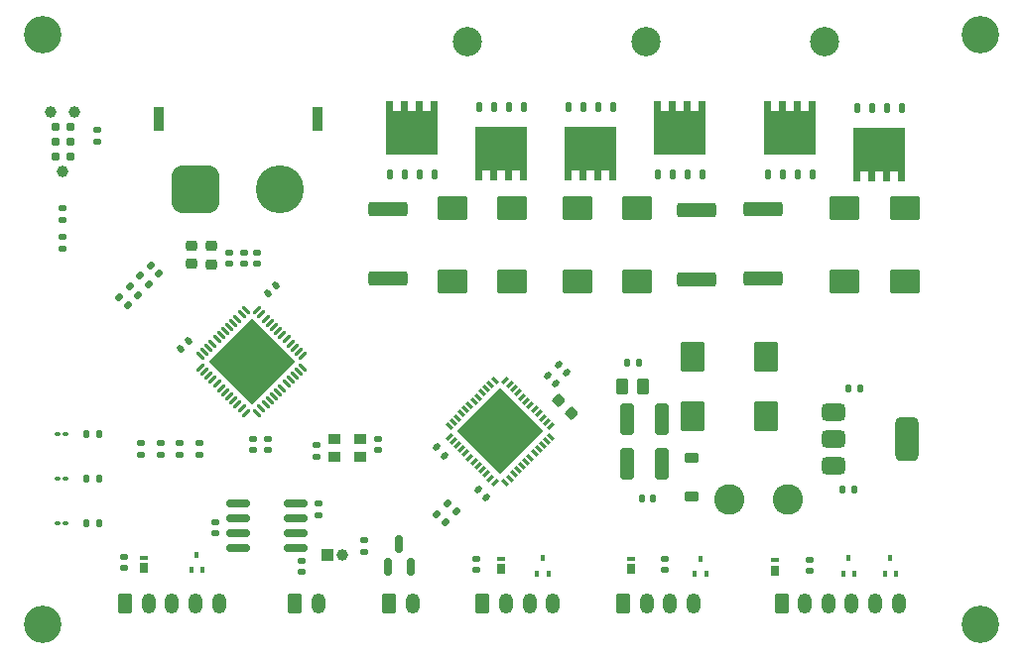
<source format=gbr>
%TF.GenerationSoftware,KiCad,Pcbnew,9.0.2*%
%TF.CreationDate,2025-08-28T15:12:57+09:00*%
%TF.ProjectId,BLDC_Contr,424c4443-5f43-46f6-9e74-722e6b696361,rev?*%
%TF.SameCoordinates,Original*%
%TF.FileFunction,Soldermask,Top*%
%TF.FilePolarity,Negative*%
%FSLAX46Y46*%
G04 Gerber Fmt 4.6, Leading zero omitted, Abs format (unit mm)*
G04 Created by KiCad (PCBNEW 9.0.2) date 2025-08-28 15:12:57*
%MOMM*%
%LPD*%
G01*
G04 APERTURE LIST*
G04 Aperture macros list*
%AMRoundRect*
0 Rectangle with rounded corners*
0 $1 Rounding radius*
0 $2 $3 $4 $5 $6 $7 $8 $9 X,Y pos of 4 corners*
0 Add a 4 corners polygon primitive as box body*
4,1,4,$2,$3,$4,$5,$6,$7,$8,$9,$2,$3,0*
0 Add four circle primitives for the rounded corners*
1,1,$1+$1,$2,$3*
1,1,$1+$1,$4,$5*
1,1,$1+$1,$6,$7*
1,1,$1+$1,$8,$9*
0 Add four rect primitives between the rounded corners*
20,1,$1+$1,$2,$3,$4,$5,0*
20,1,$1+$1,$4,$5,$6,$7,0*
20,1,$1+$1,$6,$7,$8,$9,0*
20,1,$1+$1,$8,$9,$2,$3,0*%
%AMRotRect*
0 Rectangle, with rotation*
0 The origin of the aperture is its center*
0 $1 length*
0 $2 width*
0 $3 Rotation angle, in degrees counterclockwise*
0 Add horizontal line*
21,1,$1,$2,0,0,$3*%
%AMFreePoly0*
4,1,17,2.675000,1.605000,1.875000,1.605000,1.875000,0.935000,2.675000,0.935000,2.675000,0.335000,1.875000,0.335000,1.875000,-0.335000,2.675000,-0.335000,2.675000,-0.935000,1.875000,-0.935000,1.875000,-1.605000,2.675000,-1.605000,2.675000,-2.205000,-1.875000,-2.205000,-1.875000,2.205000,2.675000,2.205000,2.675000,1.605000,2.675000,1.605000,$1*%
G04 Aperture macros list end*
%ADD10RoundRect,0.140000X0.170000X-0.140000X0.170000X0.140000X-0.170000X0.140000X-0.170000X-0.140000X0*%
%ADD11RoundRect,0.135000X-0.135000X-0.185000X0.135000X-0.185000X0.135000X0.185000X-0.135000X0.185000X0*%
%ADD12RoundRect,0.140000X-0.170000X0.140000X-0.170000X-0.140000X0.170000X-0.140000X0.170000X0.140000X0*%
%ADD13RoundRect,0.135000X0.226274X0.035355X0.035355X0.226274X-0.226274X-0.035355X-0.035355X-0.226274X0*%
%ADD14R,1.000000X0.900000*%
%ADD15RoundRect,0.135000X-0.226274X-0.035355X-0.035355X-0.226274X0.226274X0.035355X0.035355X0.226274X0*%
%ADD16C,2.500000*%
%ADD17RoundRect,0.135000X-0.185000X0.135000X-0.185000X-0.135000X0.185000X-0.135000X0.185000X0.135000X0*%
%ADD18RotRect,0.249999X0.599999X315.000000*%
%ADD19RotRect,0.249999X0.599999X225.000000*%
%ADD20RotRect,5.150000X5.150000X225.000000*%
%ADD21FreePoly0,90.000000*%
%ADD22RoundRect,0.125000X0.125000X-0.300000X0.125000X0.300000X-0.125000X0.300000X-0.125000X-0.300000X0*%
%ADD23RoundRect,0.100000X-0.100000X0.155000X-0.100000X-0.155000X0.100000X-0.155000X0.100000X0.155000X0*%
%ADD24C,2.600000*%
%ADD25R,1.000000X1.000000*%
%ADD26C,1.000000*%
%ADD27RoundRect,0.250000X-0.262500X-0.450000X0.262500X-0.450000X0.262500X0.450000X-0.262500X0.450000X0*%
%ADD28RoundRect,0.140000X-0.140000X-0.170000X0.140000X-0.170000X0.140000X0.170000X-0.140000X0.170000X0*%
%ADD29RoundRect,0.140000X0.140000X0.170000X-0.140000X0.170000X-0.140000X-0.170000X0.140000X-0.170000X0*%
%ADD30RoundRect,0.140000X0.219203X0.021213X0.021213X0.219203X-0.219203X-0.021213X-0.021213X-0.219203X0*%
%ADD31RoundRect,0.225000X0.250000X-0.225000X0.250000X0.225000X-0.250000X0.225000X-0.250000X-0.225000X0*%
%ADD32C,3.200000*%
%ADD33RoundRect,0.250000X-1.425000X0.362500X-1.425000X-0.362500X1.425000X-0.362500X1.425000X0.362500X0*%
%ADD34RoundRect,0.075000X0.275000X-0.390000X0.275000X0.390000X-0.275000X0.390000X-0.275000X-0.390000X0*%
%ADD35RoundRect,0.075000X0.275000X-0.075000X0.275000X0.075000X-0.275000X0.075000X-0.275000X-0.075000X0*%
%ADD36RoundRect,0.250000X-1.045000X0.785000X-1.045000X-0.785000X1.045000X-0.785000X1.045000X0.785000X0*%
%ADD37RoundRect,0.250000X0.785000X1.045000X-0.785000X1.045000X-0.785000X-1.045000X0.785000X-1.045000X0*%
%ADD38FreePoly0,270.000000*%
%ADD39RoundRect,0.125000X-0.125000X0.300000X-0.125000X-0.300000X0.125000X-0.300000X0.125000X0.300000X0*%
%ADD40RoundRect,0.225000X-0.335876X-0.017678X-0.017678X-0.335876X0.335876X0.017678X0.017678X0.335876X0*%
%ADD41RoundRect,0.140000X0.021213X-0.219203X0.219203X-0.021213X-0.021213X0.219203X-0.219203X0.021213X0*%
%ADD42RoundRect,0.100000X0.130000X0.100000X-0.130000X0.100000X-0.130000X-0.100000X0.130000X-0.100000X0*%
%ADD43R,0.900000X2.000000*%
%ADD44RoundRect,1.025000X-1.025000X-1.025000X1.025000X-1.025000X1.025000X1.025000X-1.025000X1.025000X0*%
%ADD45C,4.100000*%
%ADD46RoundRect,0.140000X-0.021213X0.219203X-0.219203X0.021213X0.021213X-0.219203X0.219203X-0.021213X0*%
%ADD47RoundRect,0.250000X-0.325000X-1.100000X0.325000X-1.100000X0.325000X1.100000X-0.325000X1.100000X0*%
%ADD48RoundRect,0.250000X-0.350000X-0.625000X0.350000X-0.625000X0.350000X0.625000X-0.350000X0.625000X0*%
%ADD49O,1.200000X1.750000*%
%ADD50RoundRect,0.375000X-0.625000X-0.375000X0.625000X-0.375000X0.625000X0.375000X-0.625000X0.375000X0*%
%ADD51RoundRect,0.500000X-0.500000X-1.400000X0.500000X-1.400000X0.500000X1.400000X-0.500000X1.400000X0*%
%ADD52C,0.990600*%
%ADD53C,0.787400*%
%ADD54RoundRect,0.225000X0.375000X-0.225000X0.375000X0.225000X-0.375000X0.225000X-0.375000X-0.225000X0*%
%ADD55RoundRect,0.135000X0.135000X0.185000X-0.135000X0.185000X-0.135000X-0.185000X0.135000X-0.185000X0*%
%ADD56RoundRect,0.218750X-0.256250X0.218750X-0.256250X-0.218750X0.256250X-0.218750X0.256250X0.218750X0*%
%ADD57RoundRect,0.062500X0.309359X-0.220971X-0.220971X0.309359X-0.309359X0.220971X0.220971X-0.309359X0*%
%ADD58RoundRect,0.062500X0.309359X0.220971X0.220971X0.309359X-0.309359X-0.220971X-0.220971X-0.309359X0*%
%ADD59RotRect,5.150000X5.150000X135.000000*%
%ADD60RoundRect,0.150000X-0.825000X-0.150000X0.825000X-0.150000X0.825000X0.150000X-0.825000X0.150000X0*%
%ADD61RoundRect,0.150000X0.150000X-0.587500X0.150000X0.587500X-0.150000X0.587500X-0.150000X-0.587500X0*%
%ADD62RoundRect,0.140000X-0.219203X-0.021213X-0.021213X-0.219203X0.219203X0.021213X0.021213X0.219203X0*%
G04 APERTURE END LIST*
D10*
%TO.C,C12*%
X114427184Y-65632905D03*
X114427184Y-64672905D03*
%TD*%
D11*
%TO.C,R4*%
X94783185Y-67565904D03*
X95803183Y-67565904D03*
%TD*%
D12*
%TO.C,C1*%
X110236183Y-64136904D03*
X110236183Y-65096904D03*
%TD*%
D13*
%TO.C,R15*%
X99169132Y-51835957D03*
X98447884Y-51114709D03*
%TD*%
D14*
%TO.C,Y1*%
X115941184Y-65686904D03*
X118091184Y-65686904D03*
X118091184Y-64136904D03*
X115941184Y-64136904D03*
%TD*%
D15*
%TO.C,R13*%
X100243936Y-49318656D03*
X100965184Y-50039904D03*
%TD*%
D16*
%TO.C,H5*%
X157734344Y-30227904D03*
%TD*%
D17*
%TO.C,R1*%
X92753184Y-44451905D03*
X92753184Y-45471903D03*
%TD*%
D18*
%TO.C,U2*%
X134393868Y-63035309D03*
X134040317Y-62681754D03*
X133686765Y-62328209D03*
X133333210Y-61974645D03*
X132979656Y-61621100D03*
X132626101Y-61267541D03*
X132272549Y-60913987D03*
X131918997Y-60560435D03*
X131565439Y-60206883D03*
X131211889Y-59853332D03*
X130858334Y-59499773D03*
X130504781Y-59146219D03*
D19*
X129585542Y-59146221D03*
X129231987Y-59499772D03*
X128878442Y-59853324D03*
X128524878Y-60206879D03*
X128171333Y-60560433D03*
X127817774Y-60913988D03*
X127464220Y-61267540D03*
X127110668Y-61621092D03*
X126757116Y-61974650D03*
X126403565Y-62328200D03*
X126050006Y-62681755D03*
X125696452Y-63035308D03*
D18*
X125696454Y-63954547D03*
X126050005Y-64308102D03*
X126403565Y-64661654D03*
X126757112Y-65015211D03*
X127110669Y-65368766D03*
X127464221Y-65722315D03*
X127817773Y-66075869D03*
X128171330Y-66429420D03*
X128524883Y-66782973D03*
X128878436Y-67136530D03*
X129231988Y-67490083D03*
X129585541Y-67843637D03*
D19*
X130504780Y-67843635D03*
X130858335Y-67490084D03*
X131211887Y-67136524D03*
X131565444Y-66782977D03*
X131918999Y-66429420D03*
X132272548Y-66075868D03*
X132626102Y-65722316D03*
X132979653Y-65368759D03*
X133333206Y-65015206D03*
X133686763Y-64661653D03*
X134040316Y-64308101D03*
X134393870Y-63954548D03*
D20*
X130045161Y-63494928D03*
%TD*%
D21*
%TO.C,Q5*%
X122545183Y-38006057D03*
D22*
X120640186Y-41556057D03*
X121910185Y-41556059D03*
X123180183Y-41556060D03*
X124450183Y-41556061D03*
%TD*%
D23*
%TO.C,D12*%
X103683186Y-75332903D03*
X104683186Y-75332903D03*
X104183186Y-74042904D03*
%TD*%
D10*
%TO.C,C25*%
X144094685Y-75312905D03*
X144094685Y-74352905D03*
%TD*%
D24*
%TO.C,L1*%
X149636184Y-69343905D03*
X154636184Y-69343905D03*
%TD*%
D25*
%TO.C,J8*%
X115280788Y-74042904D03*
D26*
X116550784Y-74042904D03*
%TD*%
D10*
%TO.C,C7*%
X108204184Y-49150904D03*
X108204184Y-48190904D03*
%TD*%
D27*
%TO.C,R9*%
X140458184Y-59653671D03*
X142283184Y-59653671D03*
%TD*%
D28*
%TO.C,C20*%
X142118184Y-69216904D03*
X143078184Y-69216904D03*
%TD*%
D29*
%TO.C,C10*%
X160754184Y-59818904D03*
X159794184Y-59818904D03*
%TD*%
D30*
%TO.C,C14*%
X134832595Y-59396315D03*
X134153773Y-58717493D03*
%TD*%
D10*
%TO.C,C27*%
X105791184Y-72199904D03*
X105791184Y-71239904D03*
%TD*%
D31*
%TO.C,C6*%
X103759184Y-49189907D03*
X103759184Y-47639907D03*
%TD*%
D12*
%TO.C,C4*%
X108956184Y-64136904D03*
X108956184Y-65096904D03*
%TD*%
D32*
%TO.C,H2*%
X171059184Y-29592904D03*
%TD*%
D33*
%TO.C,R11*%
X146802184Y-44563558D03*
X146802184Y-50488558D03*
%TD*%
D34*
%TO.C,D6*%
X153531183Y-75392904D03*
D35*
X153531183Y-74507905D03*
%TD*%
D15*
%TO.C,R16*%
X97549857Y-52012735D03*
X98271105Y-52733983D03*
%TD*%
D36*
%TO.C,C35*%
X164582184Y-44426058D03*
X164582184Y-50666058D03*
%TD*%
D37*
%TO.C,C21*%
X152735451Y-62213137D03*
X146495451Y-62213137D03*
%TD*%
D38*
%TO.C,Q6*%
X130165183Y-39332908D03*
D39*
X132070180Y-35782908D03*
X130800183Y-35782906D03*
X129530184Y-35782907D03*
X128260183Y-35782904D03*
%TD*%
D40*
%TO.C,C16*%
X135088175Y-60880307D03*
X136184191Y-61976323D03*
%TD*%
D12*
%TO.C,C11*%
X119634184Y-64136904D03*
X119634184Y-65096904D03*
%TD*%
D41*
%TO.C,C3*%
X110277773Y-51690904D03*
X110956595Y-51012082D03*
%TD*%
D11*
%TO.C,R5*%
X94783185Y-71375904D03*
X95803183Y-71375904D03*
%TD*%
D16*
%TO.C,H7*%
X127254183Y-30227904D03*
%TD*%
D42*
%TO.C,D2*%
X92946184Y-67565906D03*
X92306184Y-67565902D03*
%TD*%
D43*
%TO.C,J1*%
X100945184Y-36772904D03*
X114445184Y-36772904D03*
D44*
X104095184Y-42772904D03*
D45*
X111295184Y-42772904D03*
%TD*%
D34*
%TO.C,D8*%
X141224184Y-75257904D03*
D35*
X141224184Y-74372905D03*
%TD*%
D36*
%TO.C,C30*%
X126023185Y-44426058D03*
X126023185Y-50666058D03*
%TD*%
D33*
%TO.C,R12*%
X120513184Y-44537405D03*
X120513184Y-50462405D03*
%TD*%
D46*
%TO.C,C2*%
X103453595Y-55796493D03*
X102774773Y-56475315D03*
%TD*%
D23*
%TO.C,D4*%
X162865184Y-75631402D03*
X163865184Y-75631402D03*
X163365184Y-74341403D03*
%TD*%
D42*
%TO.C,D1*%
X92946184Y-63755904D03*
X92306184Y-63755900D03*
%TD*%
D13*
%TO.C,R6*%
X125392212Y-71265934D03*
X124670964Y-70544686D03*
%TD*%
D10*
%TO.C,C24*%
X156464183Y-75439904D03*
X156464183Y-74479904D03*
%TD*%
D11*
%TO.C,R3*%
X94783184Y-63755904D03*
X95803182Y-63755904D03*
%TD*%
D36*
%TO.C,C34*%
X159453182Y-44426058D03*
X159453182Y-50666058D03*
%TD*%
D30*
%TO.C,C13*%
X128905184Y-69175315D03*
X128226362Y-68496493D03*
%TD*%
D47*
%TO.C,C19*%
X140871682Y-66267905D03*
X143821684Y-66267905D03*
%TD*%
D17*
%TO.C,R22*%
X104384184Y-64451906D03*
X104384184Y-65471904D03*
%TD*%
D48*
%TO.C,J7*%
X112559183Y-78196904D03*
D49*
X114559184Y-78196904D03*
%TD*%
D30*
%TO.C,C15*%
X135721595Y-58507315D03*
X135042773Y-57828493D03*
%TD*%
D12*
%TO.C,C28*%
X113157183Y-74550904D03*
X113157183Y-75510904D03*
%TD*%
D10*
%TO.C,C29*%
X97927182Y-75157904D03*
X97927182Y-74197904D03*
%TD*%
D34*
%TO.C,D10*%
X130175183Y-75257904D03*
D35*
X130175183Y-74372905D03*
%TD*%
D36*
%TO.C,C31*%
X131103185Y-44426057D03*
X131103185Y-50666057D03*
%TD*%
D17*
%TO.C,R17*%
X99431183Y-64451906D03*
X99431183Y-65471904D03*
%TD*%
D32*
%TO.C,H3*%
X91059183Y-80000000D03*
%TD*%
D48*
%TO.C,J6*%
X120559183Y-78196904D03*
D49*
X122559184Y-78196904D03*
%TD*%
D34*
%TO.C,D13*%
X99695183Y-75181903D03*
D35*
X99695183Y-74296904D03*
%TD*%
D21*
%TO.C,Q1*%
X154803184Y-37980900D03*
D22*
X152898187Y-41530900D03*
X154168186Y-41530902D03*
X155438184Y-41530903D03*
X156708184Y-41530904D03*
%TD*%
D50*
%TO.C,U3*%
X158500684Y-61836904D03*
X158500685Y-64136904D03*
D51*
X164800683Y-64136904D03*
D50*
X158500684Y-66436904D03*
%TD*%
D23*
%TO.C,D9*%
X133223183Y-75635404D03*
X134223183Y-75635404D03*
X133723183Y-74345405D03*
%TD*%
D37*
%TO.C,C22*%
X152716184Y-57151904D03*
X146476184Y-57151904D03*
%TD*%
D10*
%TO.C,C26*%
X128016183Y-75312905D03*
X128016183Y-74352905D03*
%TD*%
D13*
%TO.C,R14*%
X100067158Y-50937932D03*
X99345910Y-50216684D03*
%TD*%
D17*
%TO.C,R2*%
X92753184Y-46864905D03*
X92753184Y-47884903D03*
%TD*%
D52*
%TO.C,J2*%
X92753184Y-41248904D03*
X91737184Y-36168904D03*
X93769184Y-36168904D03*
D53*
X93388184Y-39978904D03*
X92118184Y-39978904D03*
X93388184Y-38708904D03*
X92118184Y-38708904D03*
X93388184Y-37438904D03*
X92118184Y-37438904D03*
%TD*%
D36*
%TO.C,C32*%
X136642184Y-44426058D03*
X136642184Y-50666058D03*
%TD*%
D38*
%TO.C,Q2*%
X162423187Y-39402905D03*
D39*
X164328184Y-35852905D03*
X163058186Y-35852901D03*
X161788190Y-35852902D03*
X160518187Y-35852901D03*
%TD*%
D48*
%TO.C,J5*%
X128559183Y-78196904D03*
D49*
X130559184Y-78196904D03*
X132559183Y-78196904D03*
X134559183Y-78196904D03*
%TD*%
D47*
%TO.C,C18*%
X140871682Y-62457905D03*
X143821684Y-62457905D03*
%TD*%
D38*
%TO.C,Q4*%
X137785184Y-39306059D03*
D39*
X139690181Y-35756058D03*
X138420182Y-35756054D03*
X137150186Y-35756055D03*
X135880183Y-35756054D03*
%TD*%
D17*
%TO.C,R19*%
X114554184Y-69685905D03*
X114554184Y-70705903D03*
%TD*%
D32*
%TO.C,H4*%
X171059184Y-80000000D03*
%TD*%
D54*
%TO.C,D19*%
X146410683Y-69061904D03*
X146410683Y-65761904D03*
%TD*%
D48*
%TO.C,J10*%
X98059183Y-78196904D03*
D49*
X100059184Y-78196904D03*
X102059183Y-78196904D03*
X104059183Y-78196904D03*
X106059183Y-78196904D03*
%TD*%
D32*
%TO.C,H1*%
X91059183Y-29592904D03*
%TD*%
D10*
%TO.C,C5*%
X106934184Y-49150905D03*
X106934184Y-48190905D03*
%TD*%
D17*
%TO.C,R21*%
X102733184Y-64451906D03*
X102733184Y-65471904D03*
%TD*%
D55*
%TO.C,R8*%
X141880683Y-57621671D03*
X140860685Y-57621671D03*
%TD*%
D33*
%TO.C,R10*%
X152517183Y-44512004D03*
X152517183Y-50437004D03*
%TD*%
D56*
%TO.C,FB1*%
X105410184Y-47627406D03*
X105410184Y-49202408D03*
%TD*%
D17*
%TO.C,R20*%
X118491183Y-72772904D03*
X118491183Y-73792902D03*
%TD*%
D57*
%TO.C,U1*%
X109330202Y-61908131D03*
X109683759Y-61554577D03*
X110037310Y-61201023D03*
X110390866Y-60847467D03*
X110744416Y-60493916D03*
X111097971Y-60140372D03*
X111451529Y-59786807D03*
X111805074Y-59433253D03*
X112158628Y-59079699D03*
X112512184Y-58726147D03*
X112865741Y-58372592D03*
X113219291Y-58019042D03*
D58*
X113219293Y-57046772D03*
X112865739Y-56693215D03*
X112512185Y-56339664D03*
X112158629Y-55986108D03*
X111805078Y-55632558D03*
X111451534Y-55279003D03*
X111097969Y-54925445D03*
X110744415Y-54571900D03*
X110390861Y-54218346D03*
X110037309Y-53864790D03*
X109683754Y-53511233D03*
X109330204Y-53157683D03*
D57*
X108357934Y-53157681D03*
X108004377Y-53511235D03*
X107650826Y-53864789D03*
X107297270Y-54218345D03*
X106943720Y-54571896D03*
X106590165Y-54925440D03*
X106236607Y-55279005D03*
X105883062Y-55632559D03*
X105529508Y-55986113D03*
X105175952Y-56339665D03*
X104822395Y-56693220D03*
X104468845Y-57046770D03*
D58*
X104468843Y-58019040D03*
X104822397Y-58372597D03*
X105175951Y-58726148D03*
X105529507Y-59079704D03*
X105883058Y-59433254D03*
X106236602Y-59786809D03*
X106590167Y-60140367D03*
X106943721Y-60493912D03*
X107297275Y-60847466D03*
X107650827Y-61201022D03*
X108004382Y-61554579D03*
X108357932Y-61908129D03*
D59*
X108844068Y-57532906D03*
%TD*%
D48*
%TO.C,J4*%
X140559183Y-78196904D03*
D49*
X142559184Y-78196904D03*
X144559183Y-78196904D03*
X146559183Y-78196904D03*
%TD*%
D10*
%TO.C,C23*%
X95674184Y-38708904D03*
X95674184Y-37748904D03*
%TD*%
D42*
%TO.C,D3*%
X92946184Y-71375905D03*
X92306184Y-71375901D03*
%TD*%
D23*
%TO.C,D5*%
X159309184Y-75631402D03*
X160309184Y-75631402D03*
X159809184Y-74341403D03*
%TD*%
%TO.C,D7*%
X146684683Y-75648903D03*
X147684683Y-75648903D03*
X147184683Y-74358904D03*
%TD*%
D60*
%TO.C,U4*%
X107689183Y-69687904D03*
X107689183Y-70957904D03*
X107689183Y-72227904D03*
X107689183Y-73497904D03*
X112639183Y-73497904D03*
X112639183Y-72227904D03*
X112639183Y-70957904D03*
X112639183Y-69687904D03*
%TD*%
D48*
%TO.C,J3*%
X154059184Y-78196904D03*
D49*
X156059185Y-78196904D03*
X158059184Y-78196904D03*
X160059184Y-78196904D03*
X162059184Y-78196904D03*
X164059184Y-78196904D03*
%TD*%
D13*
%TO.C,R7*%
X126315216Y-70342929D03*
X125593968Y-69621681D03*
%TD*%
D61*
%TO.C,D11*%
X120505186Y-75030400D03*
X122405184Y-75030401D03*
X121455184Y-73155407D03*
%TD*%
D10*
%TO.C,C8*%
X109347184Y-49176906D03*
X109347184Y-48216906D03*
%TD*%
D62*
%TO.C,C17*%
X124592931Y-64863063D03*
X125271753Y-65541885D03*
%TD*%
D21*
%TO.C,Q3*%
X145405183Y-38006057D03*
D22*
X143500186Y-41556057D03*
X144770184Y-41556061D03*
X146040180Y-41556060D03*
X147310183Y-41556061D03*
%TD*%
D36*
%TO.C,C33*%
X141722184Y-44426057D03*
X141722184Y-50666057D03*
%TD*%
D17*
%TO.C,R18*%
X101082184Y-64451905D03*
X101082184Y-65471903D03*
%TD*%
D16*
%TO.C,H6*%
X142494344Y-30227904D03*
%TD*%
D28*
%TO.C,C9*%
X159286184Y-68454905D03*
X160246184Y-68454905D03*
%TD*%
M02*

</source>
